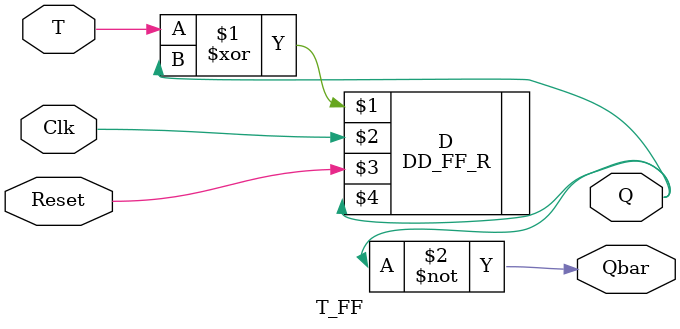
<source format=v>
`timescale 1ns / 1ps
module T_FF(
    input T,
    input Clk,
    input Reset,
    output Q,
    output Qbar
    );

DD_FF_R D(T^Q, Clk, Reset, Q);
assign Qbar = ~Q ;

endmodule

</source>
